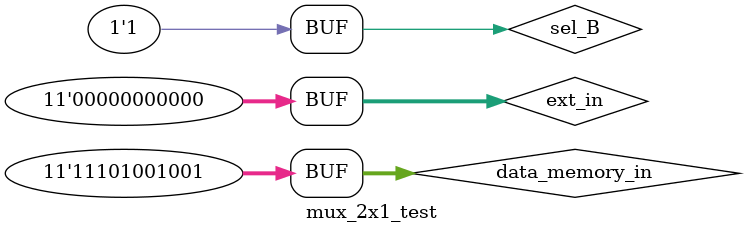
<source format=sv>
`timescale 1 ns / 10 ps
module mux_2x1_test#(
        parameter DATA_WIDTH = 11
    );

    logic [DATA_WIDTH - 1:0] ext_in, data_memory_in;
    logic sel_B;
    logic [DATA_WIDTH - 1:0] mux_B_out;

    mux_2x1 mux0(
        .in_1(ext_in),
        .in_0(data_memory_in),
        .select_2x1(sel_B),
        .mux_out(mux_B_out)
    );

    initial
    begin
        ext_in = 11'b00000000000; data_memory_in = 11'b00001001001;
        sel_B = 1'b1;
        #1 data_memory_in = 11'b11101001001;
        #1 sel_B = 1'b0;
        #1 sel_B = 1'b1;
        #1 sel_B = 1'b0;
        #1 ext_in = 11'b00001100100;
        #1 sel_B = 1'b0;
        #1 sel_B = 1'b1;
        #1 ext_in = 11'b00000000000;
    end
endmodule

</source>
